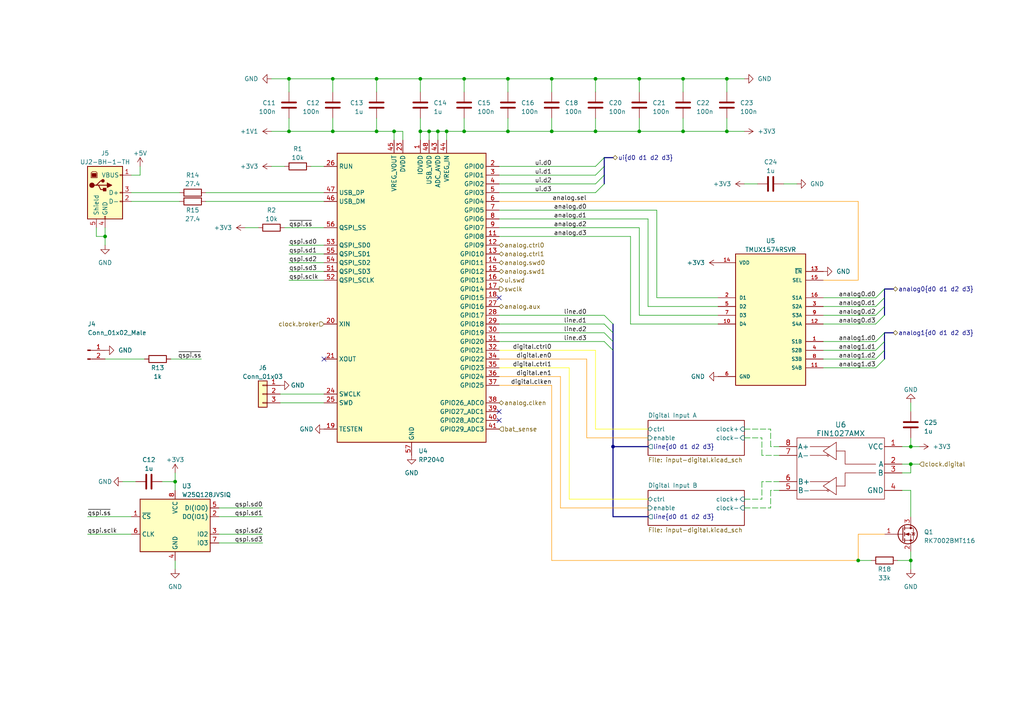
<source format=kicad_sch>
(kicad_sch (version 20221004) (generator eeschema)
  (paper "A4")
  (title_block (title "sin(π)") (date "2022-11-23") (rev "draft 0") (company "Porucha"))
  (lib_symbols
    (symbol "0000:FIN1027AMX" (pin_names (offset 0.254))
      (property "Reference" "U" (at 0 12.7 0))
      (property "Value" "FIN1027AMX" (at 0 10.16 0))
      (symbol "FIN1027AMX_1_1"
        (rectangle (start -12.7 7.62) (end 12.7 -10.16))
        (polyline (pts (xy 1.27 -6.35) (xy -1.27 -6.35)))
        (polyline (pts (xy 1.27 3.81) (xy -1.27 3.81)))
        (polyline (pts (xy 3.937 -7.62) (xy 8.89 -7.62)))
        (polyline (pts (xy 3.937 2.54) (xy 8.89 2.54)))
        (polyline (pts (xy 8.89 -5.08) (xy 3.175 -5.08)))
        (polyline (pts (xy 8.89 5.08) (xy 3.175 5.08)))
        (polyline (pts (xy -1.27 -6.35) (xy -1.27 -2.54) (xy -10.16 -2.54)))
        (polyline (pts (xy -1.27 3.81) (xy -1.27 0) (xy -10.16 0)))
        (polyline (pts (xy 1.27 -3.81) (xy 5.08 -6.35) (xy 1.27 -8.89) (xy 1.27 -3.81)))
        (polyline (pts (xy 1.27 6.35) (xy 5.08 3.81) (xy 1.27 1.27) (xy 1.27 6.35)))
        (circle (center 3.683 -7.62) (radius 0.254))
        (circle (center 3.683 2.54) (radius 0.254))
        (pin power_in line (at -17.78 5.08 0) (length 5.08) (name "VCC") (number "1"))
        (pin input line (at -17.78 0 0) (length 5.08) (name "A") (number "2"))
        (pin input line (at -17.78 -2.54 0) (length 5.08) (name "B") (number "3"))
        (pin power_in line (at -17.78 -7.62 0) (length 5.08) (name "GND") (number "4"))
        (pin output line (at 17.78 -7.62 180) (length 5.08) (name "B-") (number "5"))
        (pin output line (at 17.78 -5.08 180) (length 5.08) (name "B+") (number "6"))
        (pin output line (at 17.78 2.54 180) (length 5.08) (name "A-") (number "7"))
        (pin output line (at 17.78 5.08 180) (length 5.08) (name "A+") (number "8"))
      )
    )
    (symbol "0000:TMUX1574RSVR" (pin_names (offset 1.016))
      (property "Reference" "U" (at -10.16 21.082 0))
      (property "Value" "TMUX1574RSVR" (at -10.16 -20.32 0))
      (symbol "TMUX1574RSVR_0_0"
        (rectangle (start -10.16 20.32) (end 10.16 -17.78) (stroke (width 0.254)) (fill (type background)))
        (pin bidirectional line (at -15.24 -5.08 0) (length 5.08) (name "S1B") (number "1"))
        (pin bidirectional line (at 15.24 0 180) (length 5.08) (name "D4") (number "10"))
        (pin bidirectional line (at -15.24 -12.7 0) (length 5.08) (name "S4B") (number "11"))
        (pin bidirectional line (at -15.24 0 0) (length 5.08) (name "S4A") (number "12"))
        (pin input line (at -15.24 15.24 0) (length 5.08) (name "~{EN}") (number "13"))
        (pin power_in line (at 15.24 17.78 180) (length 5.08) (name "VDD") (number "14"))
        (pin input line (at -15.24 12.7 0) (length 5.08) (name "SEL") (number "15"))
        (pin bidirectional line (at -15.24 7.62 0) (length 5.08) (name "S1A") (number "16"))
        (pin bidirectional line (at 15.24 7.62 180) (length 5.08) (name "D1") (number "2"))
        (pin bidirectional line (at -15.24 5.08 0) (length 5.08) (name "S2A") (number "3"))
        (pin bidirectional line (at -15.24 -7.62 0) (length 5.08) (name "S2B") (number "4"))
        (pin bidirectional line (at 15.24 5.08 180) (length 5.08) (name "D2") (number "5"))
        (pin power_in line (at 15.24 -15.24 180) (length 5.08) (name "GND") (number "6"))
        (pin bidirectional line (at 15.24 2.54 180) (length 5.08) (name "D3") (number "7"))
        (pin bidirectional line (at -15.24 -10.16 0) (length 5.08) (name "S3B") (number "8"))
        (pin bidirectional line (at -15.24 2.54 0) (length 5.08) (name "S3A") (number "9"))
      )
    )
    (symbol "Connector:Conn_01x02_Male" (pin_names (offset 1.016) hide)
      (property "Reference" "J" (at 0 2.54 0))
      (property "Value" "Conn_01x02_Male" (at 0 -5.08 0))
      (symbol "Conn_01x02_Male_1_1"
        (polyline (pts (xy 1.27 -2.54) (xy 0.8636 -2.54)) (stroke (width 0.1524)))
        (polyline (pts (xy 1.27 0) (xy 0.8636 0)) (stroke (width 0.1524)))
        (rectangle (start 0.8636 -2.413) (end 0 -2.667) (stroke (width 0.1524)) (fill (type outline)))
        (rectangle (start 0.8636 0.127) (end 0 -0.127) (stroke (width 0.1524)) (fill (type outline)))
        (pin passive line (at 5.08 0 180) (length 3.81) (name "Pin_1") (number "1"))
        (pin passive line (at 5.08 -2.54 180) (length 3.81) (name "Pin_2") (number "2"))
      )
    )
    (symbol "Connector:USB_B" (pin_names (offset 1.016))
      (property "Reference" "J" (at -5.08 11.43 0))
      (property "Value" "USB_B" (at -5.08 8.89 0))
      (symbol "USB_B_0_1"
        (rectangle (start -5.08 -7.62) (end 5.08 7.62) (stroke (width 0.254)) (fill (type background)))
        (circle (center -3.81 2.159) (radius 0.635) (stroke (width 0.254)) (fill (type outline)))
        (rectangle (start -3.81 5.588) (end -2.54 4.572) (fill (type outline)))
        (circle (center -0.635 3.429) (radius 0.381) (stroke (width 0.254)) (fill (type outline)))
        (rectangle (start -0.127 -7.62) (end 0.127 -6.858))
        (polyline (pts (xy -1.905 2.159) (xy 0.635 2.159)) (stroke (width 0.254)))
        (polyline (pts (xy -3.175 2.159) (xy -2.54 2.159) (xy -1.27 3.429) (xy -0.635 3.429)) (stroke (width 0.254)))
        (polyline (pts (xy -2.54 2.159) (xy -1.905 2.159) (xy -1.27 0.889) (xy 0 0.889)) (stroke (width 0.254)))
        (polyline (pts (xy 0.635 2.794) (xy 0.635 1.524) (xy 1.905 2.159) (xy 0.635 2.794)) (stroke (width 0.254)) (fill (type outline)))
        (polyline (pts (xy -4.064 4.318) (xy -2.286 4.318) (xy -2.286 5.715) (xy -2.667 6.096) (xy -3.683 6.096) (xy -4.064 5.715) (xy -4.064 4.318)))
        (rectangle (start 0.254 1.27) (end -0.508 0.508) (stroke (width 0.254)) (fill (type outline)))
        (rectangle (start 5.08 -2.667) (end 4.318 -2.413))
        (rectangle (start 5.08 -0.127) (end 4.318 0.127))
        (rectangle (start 5.08 4.953) (end 4.318 5.207))
      )
      (symbol "USB_B_1_1"
        (pin power_out line (at 7.62 5.08 180) (length 2.54) (name "VBUS") (number "1"))
        (pin bidirectional line (at 7.62 -2.54 180) (length 2.54) (name "D-") (number "2"))
        (pin bidirectional line (at 7.62 0 180) (length 2.54) (name "D+") (number "3"))
        (pin power_out line (at 0 -10.16 90) (length 2.54) (name "GND") (number "4"))
        (pin passive line (at -2.54 -10.16 90) (length 2.54) (name "Shield") (number "5"))
      )
    )
    (symbol "Connector_Generic:Conn_01x03" (pin_names (offset 1.016) hide)
      (property "Reference" "J" (at 0 5.08 0))
      (property "Value" "Conn_01x03" (at 0 -5.08 0))
      (symbol "Conn_01x03_1_1"
        (rectangle (start -1.27 -2.413) (end 0 -2.667) (stroke (width 0.1524)))
        (rectangle (start -1.27 0.127) (end 0 -0.127) (stroke (width 0.1524)))
        (rectangle (start -1.27 2.667) (end 0 2.413) (stroke (width 0.1524)))
        (rectangle (start -1.27 3.81) (end 1.27 -3.81) (stroke (width 0.254)) (fill (type background)))
        (pin passive line (at -5.08 2.54 0) (length 3.81) (name "Pin_1") (number "1"))
        (pin passive line (at -5.08 0 0) (length 3.81) (name "Pin_2") (number "2"))
        (pin passive line (at -5.08 -2.54 0) (length 3.81) (name "Pin_3") (number "3"))
      )
    )
    (symbol "Device:C" (pin_numbers hide) (pin_names (offset 0.254))
      (property "Reference" "C" (at 0.635 2.54 0))
      (property "Value" "C" (at 0.635 -2.54 0))
      (symbol "C_0_1"
        (polyline (pts (xy -2.032 -0.762) (xy 2.032 -0.762)) (stroke (width 0.508)))
        (polyline (pts (xy -2.032 0.762) (xy 2.032 0.762)) (stroke (width 0.508)))
      )
      (symbol "C_1_1"
        (pin passive line (at 0 3.81 270) (length 2.794) (name "~") (number "1"))
        (pin passive line (at 0 -3.81 90) (length 2.794) (name "~") (number "2"))
      )
    )
    (symbol "Device:R" (pin_numbers hide) (pin_names (offset 0))
      (property "Reference" "R" (at 2.032 0 90))
      (property "Value" "R" (at 0 0 90))
      (symbol "R_0_1"
        (rectangle (start -1.016 -2.54) (end 1.016 2.54) (stroke (width 0.254)))
      )
      (symbol "R_1_1"
        (pin passive line (at 0 3.81 270) (length 1.27) (name "~") (number "1"))
        (pin passive line (at 0 -3.81 90) (length 1.27) (name "~") (number "2"))
      )
    )
    (symbol "MCU_RaspberryPi:RP2040"
      (property "Reference" "U" (at 17.78 45.72 0))
      (property "Value" "RP2040" (at 17.78 43.18 0))
      (symbol "RP2040_0_1"
        (rectangle (start -21.59 41.91) (end 21.59 -41.91) (stroke (width 0.254)) (fill (type background)))
      )
      (symbol "RP2040_1_1"
        (pin power_in line (at 2.54 45.72 270) (length 3.81) (name "IOVDD") (number "1"))
        (pin passive line (at 2.54 45.72 270) (length 3.81) hide (name "IOVDD") (number "10"))
        (pin bidirectional line (at 25.4 17.78 180) (length 3.81) (name "GPIO8") (number "11"))
        (pin bidirectional line (at 25.4 15.24 180) (length 3.81) (name "GPIO9") (number "12"))
        (pin bidirectional line (at 25.4 12.7 180) (length 3.81) (name "GPIO10") (number "13"))
        (pin bidirectional line (at 25.4 10.16 180) (length 3.81) (name "GPIO11") (number "14"))
        (pin bidirectional line (at 25.4 7.62 180) (length 3.81) (name "GPIO12") (number "15"))
        (pin bidirectional line (at 25.4 5.08 180) (length 3.81) (name "GPIO13") (number "16"))
        (pin bidirectional line (at 25.4 2.54 180) (length 3.81) (name "GPIO14") (number "17"))
        (pin bidirectional line (at 25.4 0 180) (length 3.81) (name "GPIO15") (number "18"))
        (pin input line (at -25.4 -38.1 0) (length 3.81) (name "TESTEN") (number "19"))
        (pin bidirectional line (at 25.4 38.1 180) (length 3.81) (name "GPIO0") (number "2"))
        (pin input line (at -25.4 -7.62 0) (length 3.81) (name "XIN") (number "20"))
        (pin passive line (at -25.4 -17.78 0) (length 3.81) (name "XOUT") (number "21"))
        (pin passive line (at 2.54 45.72 270) (length 3.81) hide (name "IOVDD") (number "22"))
        (pin power_in line (at -2.54 45.72 270) (length 3.81) (name "DVDD") (number "23"))
        (pin output line (at -25.4 -27.94 0) (length 3.81) (name "SWCLK") (number "24"))
        (pin bidirectional line (at -25.4 -30.48 0) (length 3.81) (name "SWD") (number "25"))
        (pin input line (at -25.4 38.1 0) (length 3.81) (name "RUN") (number "26"))
        (pin bidirectional line (at 25.4 -2.54 180) (length 3.81) (name "GPIO16") (number "27"))
        (pin bidirectional line (at 25.4 -5.08 180) (length 3.81) (name "GPIO17") (number "28"))
        (pin bidirectional line (at 25.4 -7.62 180) (length 3.81) (name "GPIO18") (number "29"))
        (pin bidirectional line (at 25.4 35.56 180) (length 3.81) (name "GPIO1") (number "3"))
        (pin bidirectional line (at 25.4 -10.16 180) (length 3.81) (name "GPIO19") (number "30"))
        (pin bidirectional line (at 25.4 -12.7 180) (length 3.81) (name "GPIO20") (number "31"))
        (pin bidirectional line (at 25.4 -15.24 180) (length 3.81) (name "GPIO21") (number "32"))
        (pin passive line (at 2.54 45.72 270) (length 3.81) hide (name "IOVDD") (number "33"))
        (pin bidirectional line (at 25.4 -17.78 180) (length 3.81) (name "GPIO22") (number "34"))
        (pin bidirectional line (at 25.4 -20.32 180) (length 3.81) (name "GPIO23") (number "35"))
        (pin bidirectional line (at 25.4 -22.86 180) (length 3.81) (name "GPIO24") (number "36"))
        (pin bidirectional line (at 25.4 -25.4 180) (length 3.81) (name "GPIO25") (number "37"))
        (pin bidirectional line (at 25.4 -30.48 180) (length 3.81) (name "GPIO26_ADC0") (number "38"))
        (pin bidirectional line (at 25.4 -33.02 180) (length 3.81) (name "GPIO27_ADC1") (number "39"))
        (pin bidirectional line (at 25.4 33.02 180) (length 3.81) (name "GPIO2") (number "4"))
        (pin bidirectional line (at 25.4 -35.56 180) (length 3.81) (name "GPIO28_ADC2") (number "40"))
        (pin bidirectional line (at 25.4 -38.1 180) (length 3.81) (name "GPIO29_ADC3") (number "41"))
        (pin passive line (at 2.54 45.72 270) (length 3.81) hide (name "IOVDD") (number "42"))
        (pin power_in line (at 7.62 45.72 270) (length 3.81) (name "ADC_AVDD") (number "43"))
        (pin power_in line (at 10.16 45.72 270) (length 3.81) (name "VREG_IN") (number "44"))
        (pin power_out line (at -5.08 45.72 270) (length 3.81) (name "VREG_VOUT") (number "45"))
        (pin bidirectional line (at -25.4 27.94 0) (length 3.81) (name "USB_DM") (number "46"))
        (pin bidirectional line (at -25.4 30.48 0) (length 3.81) (name "USB_DP") (number "47"))
        (pin power_in line (at 5.08 45.72 270) (length 3.81) (name "USB_VDD") (number "48"))
        (pin passive line (at 2.54 45.72 270) (length 3.81) hide (name "IOVDD") (number "49"))
        (pin bidirectional line (at 25.4 30.48 180) (length 3.81) (name "GPIO3") (number "5"))
        (pin passive line (at -2.54 45.72 270) (length 3.81) hide (name "DVDD") (number "50"))
        (pin bidirectional line (at -25.4 7.62 0) (length 3.81) (name "QSPI_SD3") (number "51"))
        (pin output line (at -25.4 5.08 0) (length 3.81) (name "QSPI_SCLK") (number "52"))
        (pin bidirectional line (at -25.4 15.24 0) (length 3.81) (name "QSPI_SD0") (number "53"))
        (pin bidirectional line (at -25.4 10.16 0) (length 3.81) (name "QSPI_SD2") (number "54"))
        (pin bidirectional line (at -25.4 12.7 0) (length 3.81) (name "QSPI_SD1") (number "55"))
        (pin bidirectional line (at -25.4 20.32 0) (length 3.81) (name "QSPI_SS") (number "56"))
        (pin power_in line (at 0 -45.72 90) (length 3.81) (name "GND") (number "57"))
        (pin bidirectional line (at 25.4 27.94 180) (length 3.81) (name "GPIO4") (number "6"))
        (pin bidirectional line (at 25.4 25.4 180) (length 3.81) (name "GPIO5") (number "7"))
        (pin bidirectional line (at 25.4 22.86 180) (length 3.81) (name "GPIO6") (number "8"))
        (pin bidirectional line (at 25.4 20.32 180) (length 3.81) (name "GPIO7") (number "9"))
      )
    )
    (symbol "Memory_Flash:W25Q128JVS"
      (property "Reference" "U" (at -8.89 8.89 0))
      (property "Value" "W25Q128JVS" (at 7.62 8.89 0))
      (symbol "W25Q128JVS_0_1"
        (rectangle (start -10.16 7.62) (end 10.16 -7.62) (stroke (width 0.254)) (fill (type background)))
      )
      (symbol "W25Q128JVS_1_1"
        (pin input line (at -12.7 2.54 0) (length 2.54) (name "~{CS}") (number "1"))
        (pin bidirectional line (at 12.7 2.54 180) (length 2.54) (name "DO(IO1)") (number "2"))
        (pin bidirectional line (at 12.7 -2.54 180) (length 2.54) (name "IO2") (number "3"))
        (pin power_in line (at 0 -10.16 90) (length 2.54) (name "GND") (number "4"))
        (pin bidirectional line (at 12.7 5.08 180) (length 2.54) (name "DI(IO0)") (number "5"))
        (pin input line (at -12.7 -2.54 0) (length 2.54) (name "CLK") (number "6"))
        (pin bidirectional line (at 12.7 -5.08 180) (length 2.54) (name "IO3") (number "7"))
        (pin power_in line (at 0 10.16 270) (length 2.54) (name "VCC") (number "8"))
      )
    )
    (symbol "Transistor_FET:2N7002" (pin_names hide)
      (property "Reference" "Q" (at 5.08 1.905 0))
      (property "Value" "2N7002" (at 5.08 0 0))
      (symbol "2N7002_0_1"
        (polyline (pts (xy 0.254 0) (xy -2.54 0)))
        (polyline (pts (xy 0.254 1.905) (xy 0.254 -1.905)) (stroke (width 0.254)))
        (polyline (pts (xy 0.762 -1.27) (xy 0.762 -2.286)) (stroke (width 0.254)))
        (polyline (pts (xy 0.762 0.508) (xy 0.762 -0.508)) (stroke (width 0.254)))
        (polyline (pts (xy 0.762 2.286) (xy 0.762 1.27)) (stroke (width 0.254)))
        (polyline (pts (xy 2.54 2.54) (xy 2.54 1.778)))
        (polyline (pts (xy 2.54 -2.54) (xy 2.54 0) (xy 0.762 0)))
        (polyline (pts (xy 0.762 -1.778) (xy 3.302 -1.778) (xy 3.302 1.778) (xy 0.762 1.778)))
        (polyline (pts (xy 1.016 0) (xy 2.032 0.381) (xy 2.032 -0.381) (xy 1.016 0)) (fill (type outline)))
        (polyline (pts (xy 2.794 0.508) (xy 2.921 0.381) (xy 3.683 0.381) (xy 3.81 0.254)))
        (polyline (pts (xy 3.302 0.381) (xy 2.921 -0.254) (xy 3.683 -0.254) (xy 3.302 0.381)))
        (circle (center 1.651 0) (radius 2.794) (stroke (width 0.254)))
        (circle (center 2.54 -1.778) (radius 0.254) (fill (type outline)))
        (circle (center 2.54 1.778) (radius 0.254) (fill (type outline)))
      )
      (symbol "2N7002_1_1"
        (pin input line (at -5.08 0 0) (length 2.54) (name "G") (number "1"))
        (pin passive line (at 2.54 -5.08 90) (length 2.54) (name "S") (number "2"))
        (pin passive line (at 2.54 5.08 270) (length 2.54) (name "D") (number "3"))
      )
    )
    (symbol "power:+1V1" (power) (pin_names (offset 0))
      (property "Value" "+1V1" (at 0 3.556 0))
      (symbol "+1V1_0_1"
        (polyline (pts (xy -0.762 1.27) (xy 0 2.54)))
        (polyline (pts (xy 0 0) (xy 0 2.54)))
        (polyline (pts (xy 0 2.54) (xy 0.762 1.27)))
      )
      (symbol "+1V1_1_1"
        (pin power_in line (at 0 0 90) (length 0) hide (name "+1V1") (number "1"))
      )
    )
    (symbol "power:+3V3" (power) (pin_names (offset 0))
      (property "Value" "+3V3" (at 0 3.556 0))
      (symbol "+3V3_0_1"
        (polyline (pts (xy -0.762 1.27) (xy 0 2.54)))
        (polyline (pts (xy 0 0) (xy 0 2.54)))
        (polyline (pts (xy 0 2.54) (xy 0.762 1.27)))
      )
      (symbol "+3V3_1_1"
        (pin power_in line (at 0 0 90) (length 0) hide (name "+3V3") (number "1"))
      )
    )
    (symbol "power:+5V" (power) (pin_names (offset 0))
      (property "Value" "+5V" (at 0 3.556 0))
      (symbol "+5V_0_1"
        (polyline (pts (xy -0.762 1.27) (xy 0 2.54)))
        (polyline (pts (xy 0 0) (xy 0 2.54)))
        (polyline (pts (xy 0 2.54) (xy 0.762 1.27)))
      )
      (symbol "+5V_1_1"
        (pin power_in line (at 0 0 90) (length 0) hide (name "+5V") (number "1"))
      )
    )
    (symbol "power:GND" (power) (pin_names (offset 0))
      (property "Value" "GND" (at 0 -3.81 0))
      (symbol "GND_0_1"
        (polyline (pts (xy 0 0) (xy 0 -1.27) (xy 1.27 -1.27) (xy 0 -2.54) (xy -1.27 -1.27) (xy 0 -1.27)))
      )
      (symbol "GND_1_1"
        (pin power_in line (at 0 0 270) (length 0) hide (name "GND") (number "1"))
      )
    )
  )
  (junction (at 185.42 22.86))
  (junction (at 147.32 22.86))
  (junction (at 83.82 38.1))
  (junction (at 264.16 129.54))
  (junction (at 248.92 162.56))
  (junction (at 172.72 22.86))
  (junction (at 134.62 22.86))
  (junction (at 185.42 38.1))
  (junction (at 160.02 22.86))
  (junction (at 264.16 162.56))
  (junction (at 96.52 38.1))
  (junction (at 210.82 38.1))
  (junction (at 109.22 22.86))
  (junction (at 121.92 22.86))
  (junction (at 134.62 38.1))
  (junction (at 264.16 134.62))
  (junction (at 124.46 38.1))
  (junction (at 50.8 139.7))
  (junction (at 121.92 38.1))
  (junction (at 198.12 22.86))
  (junction (at 114.3 38.1))
  (junction (at 30.48 68.58))
  (junction (at 96.52 22.86))
  (junction (at 210.82 22.86))
  (junction (at 147.32 38.1))
  (junction (at 127 38.1))
  (junction (at 198.12 38.1))
  (junction (at 177.8 129.54))
  (junction (at 160.02 38.1))
  (junction (at 129.54 38.1))
  (junction (at 83.82 22.86))
  (junction (at 109.22 38.1))
  (junction (at 172.72 38.1))
  (no_connect (at 144.78 119.38))
  (no_connect (at 93.98 104.14))
  (no_connect (at 144.78 121.92))
  (no_connect (at 144.78 86.36))
  (bus_entry (at 177.8 99.06) (size -2.54 -2.54))
  (bus_entry (at 254 86.36) (size 2.54 -2.54))
  (bus_entry (at 172.72 53.34) (size 2.54 -2.54))
  (bus_entry (at 254 91.44) (size 2.54 -2.54))
  (bus_entry (at 172.72 50.8) (size 2.54 -2.54))
  (bus_entry (at 254 99.06) (size 2.54 -2.54))
  (bus_entry (at 254 88.9) (size 2.54 -2.54))
  (bus_entry (at 254 104.14) (size 2.54 -2.54))
  (bus_entry (at 177.8 101.6) (size -2.54 -2.54))
  (bus_entry (at 172.72 48.26) (size 2.54 -2.54))
  (bus_entry (at 254 106.68) (size 2.54 -2.54))
  (bus_entry (at 172.72 55.88) (size 2.54 -2.54))
  (bus_entry (at 177.8 96.52) (size -2.54 -2.54))
  (bus_entry (at 254 101.6) (size 2.54 -2.54))
  (bus_entry (at 177.8 93.98) (size -2.54 -2.54))
  (bus_entry (at 254 93.98) (size 2.54 -2.54))
  (bus (pts (xy 256.54 96.52) (xy 256.54 99.06)))
  (bus (pts (xy 256.54 86.36) (xy 256.54 88.9)))
  (wire (pts (xy 38.1 58.42) (xy 52.07 58.42)))
  (wire (pts (xy 223.52 129.54) (xy 223.52 124.46)) (stroke (width 0) (type dash)))
  (wire (pts (xy 96.52 38.1) (xy 109.22 38.1)))
  (wire (pts (xy 198.12 38.1) (xy 210.82 38.1)))
  (wire (pts (xy 264.16 165.1) (xy 264.16 162.56)))
  (wire (pts (xy 172.72 101.6) (xy 172.72 124.46)) (stroke (width 0) (color 255 255 0 1)))
  (wire (pts (xy 83.82 73.66) (xy 93.98 73.66)))
  (wire (pts (xy 170.18 127) (xy 187.96 127)) (stroke (width 0) (color 255 153 0 1)))
  (wire (pts (xy 264.16 134.62) (xy 264.16 137.16)))
  (bus (pts (xy 177.8 129.54) (xy 177.8 149.86)))
  (bus (pts (xy 259.08 83.82) (xy 256.54 83.82)))
  (wire (pts (xy 170.18 104.14) (xy 170.18 127)) (stroke (width 0) (color 255 153 0 1)))
  (wire (pts (xy 248.92 58.42) (xy 248.92 81.28)) (stroke (width 0) (color 255 153 0 1)))
  (wire (pts (xy 144.78 53.34) (xy 172.72 53.34)))
  (wire (pts (xy 165.1 106.68) (xy 165.1 144.78)) (stroke (width 0) (color 255 255 0 1)))
  (bus (pts (xy 175.26 45.72) (xy 175.26 48.26)))
  (wire (pts (xy 144.78 55.88) (xy 172.72 55.88)))
  (wire (pts (xy 83.82 22.86) (xy 96.52 22.86)))
  (wire (pts (xy 83.82 81.28) (xy 93.98 81.28)))
  (wire (pts (xy 238.76 106.68) (xy 254 106.68)))
  (bus (pts (xy 256.54 83.82) (xy 256.54 86.36)))
  (wire (pts (xy 129.54 38.1) (xy 129.54 40.64)))
  (wire (pts (xy 162.56 109.22) (xy 162.56 147.32)) (stroke (width 0) (color 255 153 0 1)))
  (wire (pts (xy 109.22 38.1) (xy 114.3 38.1)))
  (wire (pts (xy 264.16 127) (xy 264.16 129.54)))
  (wire (pts (xy 83.82 78.74) (xy 93.98 78.74)))
  (wire (pts (xy 215.9 53.34) (xy 219.71 53.34)))
  (wire (pts (xy 144.78 101.6) (xy 172.72 101.6)) (stroke (width 0) (color 255 255 0 1)))
  (wire (pts (xy 160.02 111.76) (xy 160.02 162.56)) (stroke (width 0) (color 255 153 0 1)))
  (wire (pts (xy 116.84 38.1) (xy 114.3 38.1)))
  (wire (pts (xy 238.76 86.36) (xy 254 86.36)))
  (wire (pts (xy 40.64 50.8) (xy 38.1 50.8)))
  (wire (pts (xy 248.92 162.56) (xy 252.73 162.56)))
  (wire (pts (xy 264.16 119.38) (xy 264.16 116.84)))
  (wire (pts (xy 109.22 34.29) (xy 109.22 38.1)))
  (wire (pts (xy 198.12 26.67) (xy 198.12 22.86)))
  (wire (pts (xy 114.3 38.1) (xy 114.3 40.64)))
  (wire (pts (xy 49.53 104.14) (xy 58.42 104.14)))
  (wire (pts (xy 134.62 38.1) (xy 147.32 38.1)))
  (wire (pts (xy 238.76 88.9) (xy 254 88.9)))
  (wire (pts (xy 35.56 139.7) (xy 39.37 139.7)))
  (wire (pts (xy 238.76 99.06) (xy 254 99.06)))
  (bus (pts (xy 175.26 50.8) (xy 175.26 48.26)))
  (wire (pts (xy 144.78 91.44) (xy 175.26 91.44)))
  (wire (pts (xy 71.12 66.04) (xy 74.93 66.04)))
  (wire (pts (xy 264.16 129.54) (xy 261.62 129.54)))
  (wire (pts (xy 187.96 88.9) (xy 208.28 88.9)))
  (wire (pts (xy 160.02 162.56) (xy 248.92 162.56)) (stroke (width 0) (color 255 153 0 1)))
  (wire (pts (xy 124.46 38.1) (xy 127 38.1)))
  (wire (pts (xy 248.92 81.28) (xy 238.76 81.28)) (stroke (width 0) (color 255 153 0 1)))
  (wire (pts (xy 198.12 22.86) (xy 210.82 22.86)))
  (wire (pts (xy 25.4 154.94) (xy 38.1 154.94)))
  (wire (pts (xy 190.5 60.96) (xy 144.78 60.96)))
  (wire (pts (xy 30.48 104.14) (xy 41.91 104.14)))
  (wire (pts (xy 160.02 22.86) (xy 172.72 22.86)))
  (wire (pts (xy 134.62 22.86) (xy 147.32 22.86)))
  (wire (pts (xy 185.42 91.44) (xy 185.42 66.04)))
  (wire (pts (xy 40.64 48.26) (xy 40.64 50.8)))
  (wire (pts (xy 144.78 48.26) (xy 172.72 48.26)))
  (wire (pts (xy 134.62 38.1) (xy 134.62 34.29)))
  (wire (pts (xy 27.94 68.58) (xy 30.48 68.58)))
  (wire (pts (xy 82.55 66.04) (xy 93.98 66.04)))
  (wire (pts (xy 187.96 63.5) (xy 144.78 63.5)))
  (wire (pts (xy 165.1 144.78) (xy 187.96 144.78)) (stroke (width 0) (color 255 255 0 1)))
  (wire (pts (xy 121.92 22.86) (xy 134.62 22.86)))
  (wire (pts (xy 121.92 34.29) (xy 121.92 38.1)))
  (wire (pts (xy 76.2 147.32) (xy 63.5 147.32)))
  (wire (pts (xy 215.9 127) (xy 220.98 127)) (stroke (width 0) (type dash)))
  (bus (pts (xy 175.26 45.72) (xy 177.8 45.72)))
  (wire (pts (xy 264.16 142.24) (xy 264.16 149.86)))
  (wire (pts (xy 220.98 139.7) (xy 220.98 144.78)) (stroke (width 0) (type dash)))
  (wire (pts (xy 185.42 22.86) (xy 185.42 26.67)))
  (wire (pts (xy 81.28 116.84) (xy 93.98 116.84)))
  (wire (pts (xy 185.42 38.1) (xy 198.12 38.1)))
  (bus (pts (xy 256.54 88.9) (xy 256.54 91.44)))
  (wire (pts (xy 260.35 162.56) (xy 264.16 162.56)))
  (wire (pts (xy 160.02 38.1) (xy 172.72 38.1)))
  (wire (pts (xy 264.16 137.16) (xy 261.62 137.16)))
  (wire (pts (xy 144.78 96.52) (xy 175.26 96.52)))
  (wire (pts (xy 121.92 40.64) (xy 121.92 38.1)))
  (bus (pts (xy 259.08 96.52) (xy 256.54 96.52)))
  (wire (pts (xy 25.4 149.86) (xy 38.1 149.86)))
  (wire (pts (xy 96.52 34.29) (xy 96.52 38.1)))
  (wire (pts (xy 127 38.1) (xy 129.54 38.1)))
  (wire (pts (xy 215.9 124.46) (xy 223.52 124.46)) (stroke (width 0) (type dash)))
  (wire (pts (xy 190.5 86.36) (xy 208.28 86.36)))
  (wire (pts (xy 38.1 55.88) (xy 52.07 55.88)))
  (wire (pts (xy 187.96 88.9) (xy 187.96 63.5)))
  (wire (pts (xy 185.42 91.44) (xy 208.28 91.44)))
  (wire (pts (xy 109.22 22.86) (xy 121.92 22.86)))
  (wire (pts (xy 185.42 22.86) (xy 198.12 22.86)))
  (wire (pts (xy 266.7 129.54) (xy 264.16 129.54)))
  (wire (pts (xy 238.76 93.98) (xy 254 93.98)))
  (wire (pts (xy 144.78 99.06) (xy 175.26 99.06)))
  (wire (pts (xy 144.78 106.68) (xy 165.1 106.68)) (stroke (width 0) (color 255 255 0 1)))
  (wire (pts (xy 83.82 34.29) (xy 83.82 38.1)))
  (bus (pts (xy 177.8 93.98) (xy 177.8 96.52)))
  (wire (pts (xy 59.69 58.42) (xy 93.98 58.42)))
  (wire (pts (xy 144.78 104.14) (xy 170.18 104.14)) (stroke (width 0) (color 255 153 0 1)))
  (wire (pts (xy 96.52 22.86) (xy 109.22 22.86)))
  (wire (pts (xy 50.8 137.16) (xy 50.8 139.7)))
  (wire (pts (xy 144.78 111.76) (xy 160.02 111.76)) (stroke (width 0) (color 255 153 0 1)))
  (wire (pts (xy 27.94 66.04) (xy 27.94 68.58)))
  (wire (pts (xy 172.72 38.1) (xy 172.72 34.29)))
  (bus (pts (xy 175.26 50.8) (xy 175.26 53.34)))
  (wire (pts (xy 147.32 38.1) (xy 147.32 34.29)))
  (wire (pts (xy 83.82 71.12) (xy 93.98 71.12)))
  (wire (pts (xy 124.46 38.1) (xy 124.46 40.64)))
  (wire (pts (xy 185.42 66.04) (xy 144.78 66.04)))
  (wire (pts (xy 266.7 134.62) (xy 264.16 134.62)))
  (wire (pts (xy 144.78 58.42) (xy 248.92 58.42)) (stroke (width 0) (color 255 153 0 1)))
  (wire (pts (xy 78.74 22.86) (xy 83.82 22.86)))
  (wire (pts (xy 210.82 38.1) (xy 210.82 34.29)))
  (wire (pts (xy 144.78 93.98) (xy 175.26 93.98)))
  (bus (pts (xy 177.8 96.52) (xy 177.8 99.06)))
  (wire (pts (xy 144.78 109.22) (xy 162.56 109.22)) (stroke (width 0) (color 255 153 0 1)))
  (wire (pts (xy 76.2 149.86) (xy 63.5 149.86)))
  (wire (pts (xy 226.06 129.54) (xy 223.52 129.54)) (stroke (width 0) (type dash)))
  (wire (pts (xy 238.76 101.6) (xy 254 101.6)))
  (wire (pts (xy 121.92 38.1) (xy 124.46 38.1)))
  (wire (pts (xy 121.92 22.86) (xy 121.92 26.67)))
  (wire (pts (xy 109.22 26.67) (xy 109.22 22.86)))
  (wire (pts (xy 215.9 147.32) (xy 223.52 147.32)) (stroke (width 0) (type dash)))
  (bus (pts (xy 177.8 149.86) (xy 187.96 149.86)))
  (wire (pts (xy 160.02 38.1) (xy 160.02 34.29)))
  (wire (pts (xy 78.74 38.1) (xy 83.82 38.1)))
  (wire (pts (xy 226.06 139.7) (xy 220.98 139.7)) (stroke (width 0) (type dash)))
  (wire (pts (xy 144.78 50.8) (xy 172.72 50.8)))
  (wire (pts (xy 190.5 86.36) (xy 190.5 60.96)))
  (wire (pts (xy 238.76 91.44) (xy 254 91.44)))
  (bus (pts (xy 177.8 101.6) (xy 177.8 129.54)))
  (wire (pts (xy 223.52 142.24) (xy 223.52 147.32)) (stroke (width 0) (type dash)))
  (wire (pts (xy 83.82 38.1) (xy 96.52 38.1)))
  (wire (pts (xy 162.56 147.32) (xy 187.96 147.32)) (stroke (width 0) (color 255 153 0 1)))
  (wire (pts (xy 172.72 22.86) (xy 172.72 26.67)))
  (wire (pts (xy 147.32 22.86) (xy 147.32 26.67)))
  (bus (pts (xy 256.54 99.06) (xy 256.54 101.6)))
  (wire (pts (xy 182.88 93.98) (xy 182.88 68.58)))
  (wire (pts (xy 226.06 132.08) (xy 220.98 132.08)) (stroke (width 0) (type dash)))
  (wire (pts (xy 116.84 40.64) (xy 116.84 38.1)))
  (wire (pts (xy 129.54 38.1) (xy 134.62 38.1)))
  (wire (pts (xy 127 38.1) (xy 127 40.64)))
  (wire (pts (xy 264.16 162.56) (xy 264.16 160.02)))
  (wire (pts (xy 215.9 144.78) (xy 220.98 144.78)) (stroke (width 0) (type dash)))
  (bus (pts (xy 177.8 99.06) (xy 177.8 101.6)))
  (wire (pts (xy 264.16 134.62) (xy 261.62 134.62)))
  (wire (pts (xy 59.69 55.88) (xy 93.98 55.88)))
  (wire (pts (xy 182.88 93.98) (xy 208.28 93.98)))
  (wire (pts (xy 90.17 48.26) (xy 93.98 48.26)))
  (wire (pts (xy 78.74 48.26) (xy 82.55 48.26)))
  (wire (pts (xy 227.33 53.34) (xy 231.14 53.34)))
  (wire (pts (xy 30.48 71.12) (xy 30.48 68.58)))
  (wire (pts (xy 76.2 154.94) (xy 63.5 154.94)))
  (wire (pts (xy 83.82 22.86) (xy 83.82 26.67)))
  (bus (pts (xy 256.54 101.6) (xy 256.54 104.14)))
  (wire (pts (xy 46.99 139.7) (xy 50.8 139.7)))
  (wire (pts (xy 30.48 68.58) (xy 30.48 66.04)))
  (wire (pts (xy 50.8 139.7) (xy 50.8 142.24)))
  (wire (pts (xy 50.8 165.1) (xy 50.8 162.56)))
  (bus (pts (xy 177.8 129.54) (xy 187.96 129.54)))
  (wire (pts (xy 248.92 162.56) (xy 248.92 154.94)) (stroke (width 0) (color 255 153 0 1)))
  (wire (pts (xy 220.98 132.08) (xy 220.98 127)) (stroke (width 0) (type dash)))
  (wire (pts (xy 76.2 157.48) (xy 63.5 157.48)))
  (wire (pts (xy 172.72 22.86) (xy 185.42 22.86)))
  (wire (pts (xy 226.06 142.24) (xy 223.52 142.24)) (stroke (width 0) (type dash)))
  (wire (pts (xy 96.52 22.86) (xy 96.52 26.67)))
  (wire (pts (xy 160.02 22.86) (xy 160.02 26.67)))
  (wire (pts (xy 238.76 104.14) (xy 254 104.14)))
  (wire (pts (xy 83.82 76.2) (xy 93.98 76.2)))
  (wire (pts (xy 172.72 124.46) (xy 187.96 124.46)) (stroke (width 0) (color 255 255 0 1)))
  (wire (pts (xy 248.92 154.94) (xy 256.54 154.94)) (stroke (width 0) (color 255 153 0 1)))
  (wire (pts (xy 147.32 38.1) (xy 160.02 38.1)))
  (wire (pts (xy 210.82 22.86) (xy 210.82 26.67)))
  (wire (pts (xy 198.12 34.29) (xy 198.12 38.1)))
  (wire (pts (xy 185.42 38.1) (xy 185.42 34.29)))
  (wire (pts (xy 182.88 68.58) (xy 144.78 68.58)))
  (wire (pts (xy 215.9 38.1) (xy 210.82 38.1)))
  (wire (pts (xy 81.28 114.3) (xy 93.98 114.3)))
  (wire (pts (xy 172.72 38.1) (xy 185.42 38.1)))
  (wire (pts (xy 215.9 22.86) (xy 210.82 22.86)))
  (wire (pts (xy 134.62 22.86) (xy 134.62 26.67)))
  (wire (pts (xy 264.16 142.24) (xy 261.62 142.24)))
  (wire (pts (xy 147.32 22.86) (xy 160.02 22.86)))
  (label "analog.d0" (at 170.18 60.96 180))
  (label "ui.d2" (at 160.02 53.34 180))
  (label "analog.d1" (at 170.18 63.5 180))
  (label "~{qspi.ss}" (at 58.42 104.14 180))
  (label "ui.d0" (at 160.02 48.26 180))
  (label "digital.en0" (at 160.02 104.14 180))
  (label "qspi.sclk" (at 83.82 81.28 0))
  (label "digital.ctrl0" (at 160.02 101.6 180))
  (label "analog.d2" (at 170.18 66.04 180))
  (label "analog1.d1" (at 254 101.6 180))
  (label "qspi.sclk" (at 25.4 154.94 0))
  (label "qspi.sd3" (at 83.82 78.74 0))
  (label "qspi.sd0" (at 76.2 147.32 180))
  (label "analog0.d3" (at 254 93.98 180))
  (label "qspi.sd3" (at 76.2 157.48 180))
  (label "digital.ctrl1" (at 160.02 106.68 180))
  (label "qspi.sd1" (at 83.82 73.66 0))
  (label "analog.d3" (at 170.18 68.58 180))
  (label "analog0.d0" (at 254 86.36 180))
  (label "digital.en1" (at 160.02 109.22 180))
  (label "qspi.sd2" (at 83.82 76.2 0))
  (label "line.d3" (at 170.18 99.06 180))
  (label "line.d1" (at 170.18 93.98 180))
  (label "analog0.d2" (at 254 91.44 180))
  (label "qspi.sd2" (at 76.2 154.94 180))
  (label "qspi.sd1" (at 76.2 149.86 180))
  (label "analog.sel" (at 170.18 58.42 180))
  (label "analog1.d0" (at 254 99.06 180))
  (label "ui.d3" (at 160.02 55.88 180))
  (label "analog1.d2" (at 254 104.14 180))
  (label "line.d0" (at 170.18 91.44 180))
  (label "analog1.d3" (at 254 106.68 180))
  (label "~{qspi.ss}" (at 83.82 66.04 0))
  (label "~{qspi.ss}" (at 25.4 149.86 0))
  (label "digital.clken" (at 160.02 111.76 180))
  (label "ui.d1" (at 160.02 50.8 180))
  (label "analog0.d1" (at 254 88.9 180))
  (label "qspi.sd0" (at 83.82 71.12 0))
  (label "line.d2" (at 170.18 96.52 180))
  (hierarchical_label "ui{d0 d1 d2 d3}" (shape bidirectional) (at 177.8 45.72 0))
  (hierarchical_label "analog1{d0 d1 d2 d3}" (shape bidirectional) (at 259.08 96.52 0))
  (hierarchical_label "clock.broker" (shape input) (at 93.98 93.98 180))
  (hierarchical_label "analog.swd0" (shape bidirectional) (at 144.78 76.2 0))
  (hierarchical_label "analog0{d0 d1 d2 d3}" (shape bidirectional) (at 259.08 83.82 0))
  (hierarchical_label "analog.ctrl1" (shape bidirectional) (at 144.78 73.66 0))
  (hierarchical_label "swclk" (shape output) (at 144.78 83.82 0))
  (hierarchical_label "clock.digital" (shape input) (at 266.7 134.62 0))
  (hierarchical_label "analog.ctrl0" (shape bidirectional) (at 144.78 71.12 0))
  (hierarchical_label "analog.aux" (shape bidirectional) (at 144.78 88.9 0))
  (hierarchical_label "analog.swd1" (shape bidirectional) (at 144.78 78.74 0))
  (hierarchical_label "ui.swd" (shape bidirectional) (at 144.78 81.28 0))
  (hierarchical_label "analog.clken" (shape bidirectional) (at 144.78 116.84 0))
  (hierarchical_label "bat_sense" (shape input) (at 144.78 124.46 0))
  (symbol (lib_id "Device:R") (at 78.74 66.04 90) (unit 1)
    (property "Reference" "R2" (at 78.74 60.96 90))
    (property "Value" "10k" (at 78.74 63.5 90))
    (instances (project "sinpi" (path "" (reference "R2") (unit 1) (value "10k") (footprint "")) (path "" (reference "R16") (unit 1) (value "10k") (footprint ""))))
  )
  (symbol (lib_id "Transistor_FET:2N7002") (at 261.62 154.94 0) (unit 1)
    (property "Reference" "Q1" (at 267.97 154.305 0) (effects (justify left)))
    (property "Value" "RK7002BMT116" (at 267.97 156.845 0) (effects (justify left)))
    (property "Footprint" "Package_TO_SOT_SMD:SOT-23" (effects hide))
    (property "Datasheet" "RK7002BMT116" (effects hide))
  )
  (symbol (lib_id "Device:C") (at 147.32 30.48 0) (unit 1)
    (property "Reference" "C16" (at 151.13 29.845 0) (effects (justify left)))
    (property "Value" "100n" (at 151.13 32.385 0) (effects (justify left)))
    (instances (project "sinpi" (path "" (reference "C16") (unit 1) (value "100n") (footprint "")) (path "" (reference "C18") (unit 1) (value "100n") (footprint ""))))
  )
  (symbol (lib_id "power:GND") (at 50.8 165.1 0) (unit 1)
    (property "Reference" "#PWR018" (effects hide))
    (property "Value" "GND" (at 50.8 170.18 0))
  )
  (symbol (lib_id "Device:C") (at 134.62 30.48 0) (unit 1)
    (property "Reference" "C15" (at 138.43 29.845 0) (effects (justify left)))
    (property "Value" "100n" (at 138.43 32.385 0) (effects (justify left)))
    (instances (project "sinpi" (path "" (reference "C15") (unit 1) (value "100n") (footprint "")) (path "" (reference "C17") (unit 1) (value "100n") (footprint ""))))
  )
  (symbol (lib_id "power:+3V3") (at 266.7 129.54 270) (unit 1)
    (property "Reference" "#PWR075" (effects hide))
    (property "Value" "+3V3" (at 270.51 129.54 90) (effects (justify left)))
  )
  (symbol (lib_id "Device:R") (at 86.36 48.26 90) (unit 1)
    (property "Reference" "R1" (at 86.36 43.18 90))
    (property "Value" "10k" (at 86.36 45.72 90))
    (instances (project "sinpi" (path "" (reference "R1") (unit 1) (value "10k") (footprint "")) (path "" (reference "R17") (unit 1) (value "10k") (footprint ""))))
  )
  (symbol (lib_id "power:GND") (at 119.38 132.08 0) (unit 1)
    (property "Reference" "#PWR024" (effects hide))
    (property "Value" "GND" (at 119.38 137.16 0))
    (instances (project "sinpi" (path "" (reference "#PWR024") (unit 1) (value "GND") (footprint "")) (path "" (reference "#PWR024") (unit 1) (value "GND") (footprint "")) (path "" (reference "#PWR0188") (unit 1) (value "GND") (footprint ""))))
  )
  (symbol (lib_id "Memory_Flash:W25Q128JVS") (at 50.8 152.4 0) (unit 1)
    (property "Reference" "U3" (at 52.7559 140.97 0) (effects (justify left)))
    (property "Value" "W25Q128JVSIQ" (at 52.7559 143.51 0) (effects (justify left)))
    (property "Footprint" "0000:W25Q128JVSIQ" (effects hide))
    (property "Datasheet" "https://www.winbond.com/resource-files/W25Q128JV%20RevI%2008232021%20Plus.pdf" (effects hide))
  )
  (symbol (lib_id "Device:C") (at 210.82 30.48 0) (unit 1)
    (property "Reference" "C23" (at 214.63 29.845 0) (effects (justify left)))
    (property "Value" "100n" (at 214.63 32.385 0) (effects (justify left)))
  )
  (symbol (lib_id "Device:C") (at 109.22 30.48 0) (mirror x) (unit 1)
    (property "Reference" "C13" (at 105.41 29.845 0) (effects (justify right)))
    (property "Value" "1u" (at 105.41 32.385 0) (effects (justify right)))
    (instances (project "sinpi" (path "" (reference "C13") (unit 1) (value "1u") (footprint "")) (path "" (reference "C15") (unit 1) (value "1u") (footprint ""))))
  )
  (symbol (lib_id "power:GND") (at 264.16 165.1 0) (unit 1)
    (property "Reference" "#PWR074" (effects hide))
    (property "Value" "GND" (at 264.16 170.18 0))
  )
  (symbol (lib_id "Device:R") (at 55.88 55.88 90) (unit 1)
    (property "Reference" "R14" (at 55.88 50.8 90))
    (property "Value" "27.4" (at 55.88 53.34 90))
  )
  (symbol (lib_id "Device:C") (at 172.72 30.48 0) (unit 1)
    (property "Reference" "C20" (at 176.53 29.845 0) (effects (justify left)))
    (property "Value" "100n" (at 176.53 32.385 0) (effects (justify left)))
  )
  (symbol (lib_id "0000:TMUX1574RSVR") (at 223.52 93.98 0) (mirror y) (unit 1)
    (property "Reference" "U5" (at 223.52 69.85 0))
    (property "Value" "TMUX1574RSVR" (at 223.52 72.39 0))
    (property "Footprint" "0000:TMUX1574RSVR" (effects hide))
  )
  (symbol (lib_id "power:GND") (at 231.14 53.34 90) (unit 1)
    (property "Reference" "#PWR071" (effects hide))
    (property "Value" "GND" (at 234.95 53.34 90) (effects (justify right)))
  )
  (symbol (lib_id "Device:C") (at 96.52 30.48 0) (mirror y) (unit 1)
    (property "Reference" "C12" (at 92.71 29.845 0) (effects (justify left)))
    (property "Value" "100n" (at 92.71 32.385 0) (effects (justify left)))
    (instances (project "sinpi" (path "" (reference "C12") (unit 1) (value "100n") (footprint "")) (path "" (reference "C14") (unit 1) (value "100n") (footprint ""))))
  )
  (symbol (lib_id "MCU_RaspberryPi:RP2040") (at 119.38 86.36 0) (unit 1)
    (property "Reference" "U4" (at 121.3359 130.81 0) (effects (justify left)))
    (property "Value" "RP2040" (at 121.3359 133.35 0) (effects (justify left)))
    (property "Footprint" "Package_DFN_QFN:QFN-56-1EP_7x7mm_P0.4mm_EP3.2x3.2mm" (effects hide))
    (property "Datasheet" "https://datasheets.raspberrypi.com/rp2040/rp2040-datasheet.pdf" (effects hide))
    (instances (project "sinpi" (path "" (reference "U4") (unit 1) (value "RP2040") (footprint "Package_DFN_QFN:QFN-56-1EP_7x7mm_P0.4mm_EP3.2x3.2mm")) (path "" (reference "U1") (unit 1) (value "RP2040") (footprint "Package_DFN_QFN:QFN-56-1EP_7x7mm_P0.4mm_EP3.2x3.2mm"))))
  )
  (symbol (lib_id "power:+3V3") (at 215.9 53.34 90) (unit 1)
    (property "Reference" "#PWR064" (effects hide))
    (property "Value" "+3V3" (at 212.09 53.34 90) (effects (justify left)))
  )
  (symbol (lib_id "Connector_Generic:Conn_01x03") (at 76.2 114.3 0) (mirror y) (unit 1)
    (property "Reference" "J6" (at 76.2 106.68 0))
    (property "Value" "Conn_01x03" (at 76.2 109.22 0))
    (property "Footprint" "Connector_PinHeader_2.54mm:PinHeader_1x03_P2.54mm_Vertical" (effects hide))
  )
  (symbol (lib_id "Device:C") (at 43.18 139.7 90) (unit 1)
    (property "Reference" "C12" (at 43.18 133.35 90))
    (property "Value" "1u" (at 43.18 135.89 90))
  )
  (symbol (lib_id "0000:FIN1027AMX") (at 243.84 134.62 0) (mirror y) (unit 1)
    (property "Reference" "U6" (at 243.84 123.19 0) (effects (font (size 1.524 1.524))))
    (property "Value" "FIN1027AMX" (at 243.84 125.73 0) (effects (font (size 1.524 1.524))))
    (property "Footprint" "0000:FIN1027AMX" (effects hide))
  )
  (symbol (lib_id "power:+3V3") (at 78.74 48.26 90) (unit 1)
    (property "Reference" "#PWR098" (effects hide))
    (property "Value" "+3V3" (at 74.93 48.26 90) (effects (justify left)))
  )
  (symbol (lib_id "Device:C") (at 185.42 30.48 0) (unit 1)
    (property "Reference" "C21" (at 189.23 29.845 0) (effects (justify left)))
    (property "Value" "100n" (at 189.23 32.385 0) (effects (justify left)))
  )
  (symbol (lib_id "Connector:Conn_01x02_Male") (at 25.4 101.6 0) (unit 1)
    (property "Reference" "J4" (at 25.4 93.98 0) (effects (justify left)))
    (property "Value" "Conn_01x02_Male" (at 25.4 96.52 0) (effects (justify left)))
    (property "Footprint" "Connector_PinHeader_2.54mm:PinHeader_1x02_P2.54mm_Vertical" (effects hide))
  )
  (symbol (lib_id "Device:C") (at 83.82 30.48 0) (mirror y) (unit 1)
    (property "Reference" "C11" (at 80.01 29.845 0) (effects (justify left)))
    (property "Value" "100n" (at 80.01 32.385 0) (effects (justify left)))
    (instances (project "sinpi" (path "" (reference "C11") (unit 1) (value "100n") (footprint "")) (path "" (reference "C13") (unit 1) (value "100n") (footprint ""))))
  )
  (symbol (lib_id "Connector:USB_B") (at 30.48 55.88 0) (unit 1)
    (property "Reference" "J5" (at 30.48 44.45 0))
    (property "Value" "UJ2-BH-1-TH" (at 30.48 46.99 0))
    (property "Footprint" "0000:UJ2-BH-1-TH" (effects hide))
    (property "Datasheet" " ~" (effects hide))
  )
  (symbol (lib_id "Device:R") (at 45.72 104.14 90) (mirror x) (unit 1)
    (property "Reference" "R13" (at 45.72 106.68 90))
    (property "Value" "1k" (at 45.72 109.22 90))
  )
  (symbol (lib_id "Device:C") (at 160.02 30.48 180) (unit 1)
    (property "Reference" "C18" (at 163.83 29.845 0) (effects (justify right)))
    (property "Value" "100n" (at 163.83 32.385 0) (effects (justify right)))
    (instances (project "sinpi" (path "" (reference "C18") (unit 1) (value "100n") (footprint "")) (path "" (reference "C19") (unit 1) (value "100n") (footprint ""))))
  )
  (symbol (lib_id "power:+3V3") (at 71.12 66.04 90) (unit 1)
    (property "Reference" "#PWR099" (effects hide))
    (property "Value" "+3V3" (at 67.31 66.04 90) (effects (justify left)))
  )
  (symbol (lib_id "Device:R") (at 256.54 162.56 90) (mirror x) (unit 1)
    (property "Reference" "R18" (at 256.54 165.1 90))
    (property "Value" "33k" (at 256.54 167.64 90))
  )
  (symbol (lib_id "Device:C") (at 121.92 30.48 180) (unit 1)
    (property "Reference" "C14" (at 125.73 29.845 0) (effects (justify right)))
    (property "Value" "1u" (at 125.73 32.385 0) (effects (justify right)))
    (instances (project "sinpi" (path "" (reference "C14") (unit 1) (value "1u") (footprint "")) (path "" (reference "C16") (unit 1) (value "1u") (footprint ""))))
  )
  (symbol (lib_id "power:GND") (at 30.48 101.6 90) (mirror x) (unit 1)
    (property "Reference" "#PWR02" (effects hide))
    (property "Value" "GND" (at 34.29 101.6 90) (effects (justify right)))
    (instances (project "sinpi" (path "" (reference "#PWR02") (unit 1) (value "GND") (footprint "")) (path "" (reference "#PWR02") (unit 1) (value "GND") (footprint "")) (path "" (reference "#PWR0192") (unit 1) (value "GND") (footprint ""))))
  )
  (symbol (lib_id "power:GND") (at 35.56 139.7 270) (unit 1)
    (property "Reference" "#PWR02" (effects hide))
    (property "Value" "GND" (at 30.48 139.7 90))
    (instances (project "sinpi" (path "" (reference "#PWR02") (unit 1) (value "GND") (footprint "")) (path "" (reference "#PWR02") (unit 1) (value "GND") (footprint "")) (path "" (reference "#PWR0191") (unit 1) (value "GND") (footprint ""))))
  )
  (symbol (lib_id "power:GND") (at 30.48 71.12 0) (unit 1)
    (property "Reference" "#PWR05" (effects hide))
    (property "Value" "GND" (at 30.48 76.2 0))
  )
  (symbol (lib_id "power:GND") (at 264.16 116.84 180) (unit 1)
    (property "Reference" "#PWR073" (effects hide))
    (property "Value" "GND" (at 264.16 113.03 0))
  )
  (symbol (lib_id "power:+3V3") (at 215.9 38.1 270) (unit 1)
    (property "Reference" "#PWR0100" (effects hide))
    (property "Value" "+3V3" (at 219.71 38.1 90) (effects (justify left)))
  )
  (symbol (lib_id "Device:C") (at 264.16 123.19 0) (mirror y) (unit 1)
    (property "Reference" "C25" (at 267.97 122.555 0) (effects (justify right)))
    (property "Value" "1u" (at 267.97 125.095 0) (effects (justify right)))
  )
  (symbol (lib_id "power:GND") (at 238.76 78.74 90) (unit 1)
    (property "Reference" "#PWR072" (effects hide))
    (property "Value" "GND" (at 242.57 78.74 90) (effects (justify right)))
  )
  (symbol (lib_id "power:+5V") (at 40.64 48.26 0) (unit 1)
    (property "Reference" "#PWR06" (effects hide))
    (property "Value" "+5V" (at 40.64 44.45 0))
  )
  (symbol (lib_id "power:GND") (at 81.28 111.76 90) (mirror x) (unit 1)
    (property "Reference" "#PWR02" (effects hide))
    (property "Value" "GND" (at 86.36 111.76 90))
    (instances (project "sinpi" (path "" (reference "#PWR02") (unit 1) (value "GND") (footprint "")) (path "" (reference "#PWR02") (unit 1) (value "GND") (footprint "")) (path "" (reference "#PWR0190") (unit 1) (value "GND") (footprint ""))))
  )
  (symbol (lib_id "Device:C") (at 198.12 30.48 0) (unit 1)
    (property "Reference" "C22" (at 201.93 29.845 0) (effects (justify left)))
    (property "Value" "100n" (at 201.93 32.385 0) (effects (justify left)))
  )
  (symbol (lib_id "Device:R") (at 55.88 58.42 90) (mirror x) (unit 1)
    (property "Reference" "R15" (at 55.88 60.96 90))
    (property "Value" "27.4" (at 55.88 63.5 90))
  )
  (symbol (lib_id "power:+3V3") (at 208.28 76.2 90) (unit 1)
    (property "Reference" "#PWR020" (effects hide))
    (property "Value" "+3V3" (at 204.47 76.2 90) (effects (justify left)))
  )
  (symbol (lib_id "power:+3V3") (at 50.8 137.16 0) (unit 1)
    (property "Reference" "#PWR017" (effects hide))
    (property "Value" "+3V3" (at 50.8 133.35 0))
  )
  (symbol (lib_id "power:GND") (at 78.74 22.86 270) (unit 1)
    (property "Reference" "#PWR02" (effects hide))
    (property "Value" "GND" (at 74.93 22.86 90) (effects (justify right)))
    (instances (project "sinpi" (path "" (reference "#PWR02") (unit 1) (value "GND") (footprint "")) (path "" (reference "#PWR02") (unit 1) (value "GND") (footprint "")) (path "" (reference "#PWR0187") (unit 1) (value "GND") (footprint ""))))
  )
  (symbol (lib_id "power:+1V1") (at 78.74 38.1 90) (unit 1)
    (property "Reference" "#PWR019" (effects hide))
    (property "Value" "+1V1" (at 74.93 38.1 90) (effects (justify left)))
  )
  (symbol (lib_id "power:GND") (at 215.9 22.86 90) (mirror x) (unit 1)
    (property "Reference" "#PWR02" (effects hide))
    (property "Value" "GND" (at 219.71 22.86 90) (effects (justify right)))
    (instances (project "sinpi" (path "" (reference "#PWR02") (unit 1) (value "GND") (footprint "")) (path "" (reference "#PWR02") (unit 1) (value "GND") (footprint "")) (path "" (reference "#PWR0193") (unit 1) (value "GND") (footprint ""))))
  )
  (symbol (lib_id "power:GND") (at 93.98 124.46 270) (unit 1)
    (property "Reference" "#PWR02" (effects hide))
    (property "Value" "GND" (at 88.9 124.46 90))
    (instances (project "sinpi" (path "" (reference "#PWR02") (unit 1) (value "GND") (footprint "")) (path "" (reference "#PWR02") (unit 1) (value "GND") (footprint "")) (path "" (reference "#PWR0189") (unit 1) (value "GND") (footprint ""))))
  )
  (symbol (lib_id "Device:C") (at 223.52 53.34 90) (unit 1)
    (property "Reference" "C24" (at 223.52 46.99 90))
    (property "Value" "1u" (at 223.52 49.53 90))
  )
  (symbol (lib_id "power:GND") (at 208.28 109.22 270) (mirror x) (unit 1)
    (property "Reference" "#PWR063" (effects hide))
    (property "Value" "GND" (at 204.47 109.22 90) (effects (justify right)))
  )
  (sheet (at 187.96 121.92) (size 27.94 10.16) (stroke (width 0.1524))
    (property "Sheetname" "Digital Input A" (at 187.96 121.2084 0) (effects (justify left bottom)))
    (property "Sheetfile" "input-digital.kicad_sch" (at 187.96 132.6646 0) (effects (justify left top)))
    (pin "ctrl" bidirectional (at 187.96 124.46 180))
    (pin "clock+" input (at 215.9 124.46 0))
    (pin "clock-" input (at 215.9 127 0))
    (pin "enable" input (at 187.96 127 180))
    (pin "line{d0 d1 d2 d3}" output (at 187.96 129.54 180))
  )
  (sheet (at 187.96 142.24) (size 27.94 10.16) (stroke (width 0.1524))
    (property "Sheetname" "Digital Input B" (at 187.96 141.5284 0) (effects (justify left bottom)))
    (property "Sheetfile" "input-digital.kicad_sch" (at 187.96 152.9846 0) (effects (justify left top)))
    (pin "ctrl" bidirectional (at 187.96 144.78 180))
    (pin "clock+" input (at 215.9 144.78 0))
    (pin "clock-" input (at 215.9 147.32 0))
    (pin "enable" input (at 187.96 147.32 180))
    (pin "line{d0 d1 d2 d3}" output (at 187.96 149.86 180))
  )
)
</source>
